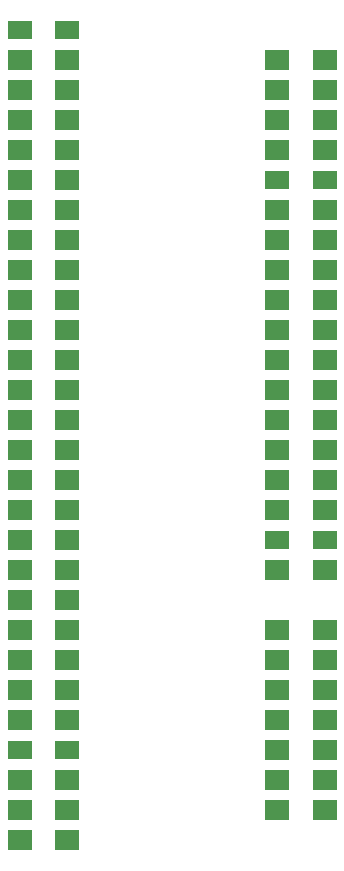
<source format=gbr>
G04 #@! TF.GenerationSoftware,KiCad,Pcbnew,(5.1.4)-1*
G04 #@! TF.CreationDate,2019-10-19T20:45:12+02:00*
G04 #@! TF.ProjectId,stebus,73746562-7573-42e6-9b69-6361645f7063,rev?*
G04 #@! TF.SameCoordinates,Original*
G04 #@! TF.FileFunction,Paste,Top*
G04 #@! TF.FilePolarity,Positive*
%FSLAX46Y46*%
G04 Gerber Fmt 4.6, Leading zero omitted, Abs format (unit mm)*
G04 Created by KiCad (PCBNEW (5.1.4)-1) date 2019-10-19 20:45:12*
%MOMM*%
%LPD*%
G04 APERTURE LIST*
%ADD10R,2.000000X1.700000*%
%ADD11R,2.000000X1.600000*%
G04 APERTURE END LIST*
D10*
X74930000Y-66040000D03*
X70930000Y-66040000D03*
X70930000Y-68580000D03*
X74930000Y-68580000D03*
X74930000Y-71120000D03*
X70930000Y-71120000D03*
X70930000Y-73660000D03*
X74930000Y-73660000D03*
X74930000Y-76200000D03*
X70930000Y-76200000D03*
X70930000Y-78740000D03*
X74930000Y-78740000D03*
X74930000Y-81280000D03*
X70930000Y-81280000D03*
X74930000Y-83820000D03*
X70930000Y-83820000D03*
X70930000Y-101600000D03*
X74930000Y-101600000D03*
X70930000Y-119380000D03*
X74930000Y-119380000D03*
X70930000Y-86360000D03*
X74930000Y-86360000D03*
X74930000Y-104140000D03*
X70930000Y-104140000D03*
X74930000Y-121920000D03*
X70930000Y-121920000D03*
X74930000Y-88900000D03*
X70930000Y-88900000D03*
X70930000Y-106680000D03*
X74930000Y-106680000D03*
X70930000Y-127000000D03*
X74930000Y-127000000D03*
X70930000Y-91440000D03*
X74930000Y-91440000D03*
X74930000Y-109220000D03*
X70930000Y-109220000D03*
X74930000Y-129540000D03*
X70930000Y-129540000D03*
X74930000Y-93980000D03*
X70930000Y-93980000D03*
X70930000Y-111760000D03*
X74930000Y-111760000D03*
X70930000Y-132080000D03*
X74930000Y-132080000D03*
X70930000Y-96520000D03*
X74930000Y-96520000D03*
X74930000Y-114300000D03*
X70930000Y-114300000D03*
X92710000Y-127000000D03*
X96710000Y-127000000D03*
X70930000Y-99060000D03*
X74930000Y-99060000D03*
X74930000Y-116840000D03*
X70930000Y-116840000D03*
X96710000Y-129540000D03*
X92710000Y-129540000D03*
X92710000Y-66040000D03*
X96710000Y-66040000D03*
X92710000Y-86360000D03*
X96710000Y-86360000D03*
X92710000Y-104140000D03*
X96710000Y-104140000D03*
X96710000Y-68580000D03*
X92710000Y-68580000D03*
X96710000Y-88900000D03*
X92710000Y-88900000D03*
X96710000Y-109220000D03*
X92710000Y-109220000D03*
X92710000Y-71120000D03*
X96710000Y-71120000D03*
X92710000Y-91440000D03*
X96710000Y-91440000D03*
X92710000Y-114300000D03*
X96710000Y-114300000D03*
X96710000Y-73660000D03*
X92710000Y-73660000D03*
X96710000Y-93980000D03*
X92710000Y-93980000D03*
X96710000Y-116840000D03*
X92710000Y-116840000D03*
X96710000Y-78740000D03*
X92710000Y-78740000D03*
X92710000Y-96520000D03*
X96710000Y-96520000D03*
X92710000Y-119380000D03*
X96710000Y-119380000D03*
X92710000Y-81280000D03*
X96710000Y-81280000D03*
X96710000Y-99060000D03*
X92710000Y-99060000D03*
X96710000Y-121920000D03*
X92710000Y-121920000D03*
X96710000Y-83820000D03*
X92710000Y-83820000D03*
X92710000Y-101600000D03*
X96710000Y-101600000D03*
X92710000Y-124460000D03*
X96710000Y-124460000D03*
D11*
X74930000Y-124460000D03*
X70930000Y-124460000D03*
X96710000Y-106680000D03*
X92710000Y-106680000D03*
X74930000Y-63500000D03*
X70930000Y-63500000D03*
X96710000Y-76200000D03*
X92710000Y-76200000D03*
M02*

</source>
